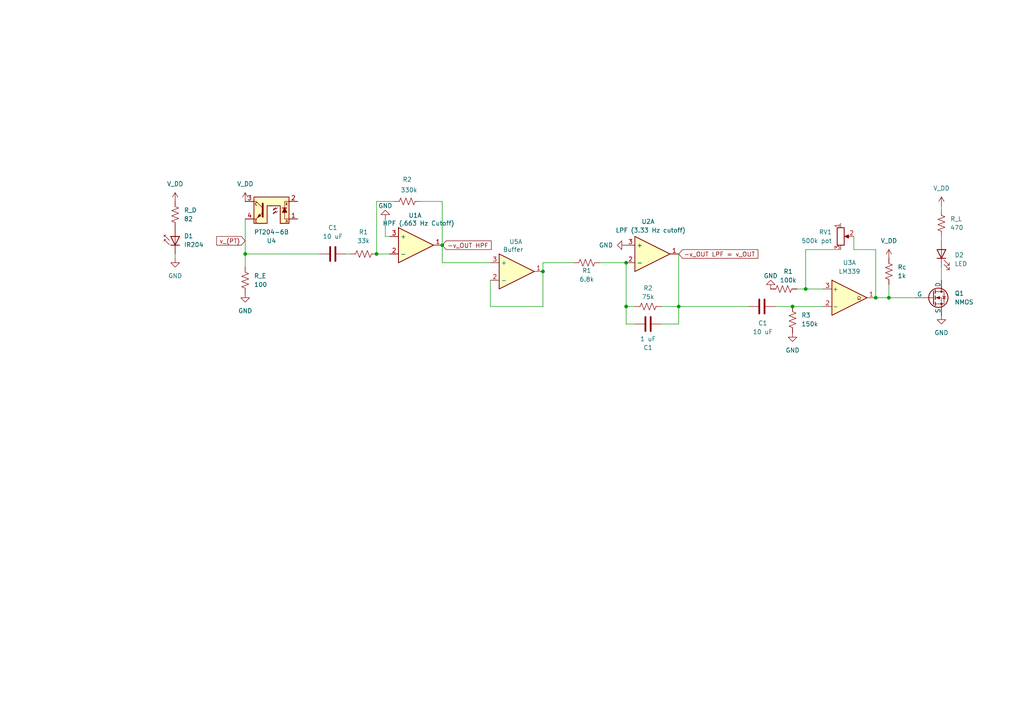
<source format=kicad_sch>
(kicad_sch (version 20231120) (generator "eeschema") (generator_version "8.0")
  (paper "A4")
  (lib_symbols
    (symbol "Comparator:LM393" (pin_names (offset 0.127))
      (property "Reference" "U" (at 3.81 3.81 0))
      (property "Value" "LM393" (at 6.35 -3.81 0))
      (symbol "LM393_1_1"
        (polyline (pts (xy -5.08 5.08) (xy 5.08 0) (xy -5.08 -5.08) (xy -5.08 5.08)) (stroke (width 0.254)) (fill (type background)))
        (polyline (pts (xy 3.302 -0.508) (xy 2.794 -0.508) (xy 3.302 0) (xy 2.794 0.508) (xy 2.286 0) (xy 2.794 -0.508) (xy 2.286 -0.508)) (stroke (width 0.127)))
        (pin open_collector line (at 7.62 0 180) (length 2.54) (name "~") (number "1"))
        (pin input line (at -7.62 -2.54 0) (length 2.54) (name "-") (number "2"))
        (pin input line (at -7.62 2.54 0) (length 2.54) (name "+") (number "3"))
      )
      (symbol "LM393_2_1"
        (polyline (pts (xy -5.08 5.08) (xy 5.08 0) (xy -5.08 -5.08) (xy -5.08 5.08)) (stroke (width 0.254)) (fill (type background)))
        (polyline (pts (xy 3.302 -0.508) (xy 2.794 -0.508) (xy 3.302 0) (xy 2.794 0.508) (xy 2.286 0) (xy 2.794 -0.508) (xy 2.286 -0.508)) (stroke (width 0.127)))
        (pin input line (at -7.62 2.54 0) (length 2.54) (name "+") (number "5"))
        (pin input line (at -7.62 -2.54 0) (length 2.54) (name "-") (number "6"))
        (pin open_collector line (at 7.62 0 180) (length 2.54) (name "~") (number "7"))
      )
      (symbol "LM393_3_1"
        (pin power_in line (at -2.54 -7.62 90) (length 3.81) (name "V-") (number "4"))
        (pin power_in line (at -2.54 7.62 270) (length 3.81) (name "V+") (number "8"))
      )
    )
    (symbol "Device:C" (pin_numbers hide) (pin_names (offset 0.254))
      (property "Reference" "C" (at 0.635 2.54 0))
      (property "Value" "C" (at 0.635 -2.54 0))
      (symbol "C_0_1"
        (polyline (pts (xy -2.032 -0.762) (xy 2.032 -0.762)) (stroke (width 0.508)))
        (polyline (pts (xy -2.032 0.762) (xy 2.032 0.762)) (stroke (width 0.508)))
      )
      (symbol "C_1_1"
        (pin passive line (at 0 3.81 270) (length 2.794) (name "~") (number "1"))
        (pin passive line (at 0 -3.81 90) (length 2.794) (name "~") (number "2"))
      )
    )
    (symbol "Device:LED" (pin_numbers hide) (pin_names (offset 1.016) hide)
      (property "Reference" "D" (at 0 2.54 0))
      (property "Value" "LED" (at 0 -2.54 0))
      (symbol "LED_0_1"
        (polyline (pts (xy -1.27 -1.27) (xy -1.27 1.27)) (stroke (width 0.254)))
        (polyline (pts (xy -1.27 0) (xy 1.27 0)))
        (polyline (pts (xy 1.27 -1.27) (xy 1.27 1.27) (xy -1.27 0) (xy 1.27 -1.27)) (stroke (width 0.254)))
        (polyline (pts (xy -3.048 -0.762) (xy -4.572 -2.286) (xy -3.81 -2.286) (xy -4.572 -2.286) (xy -4.572 -1.524)))
        (polyline (pts (xy -1.778 -0.762) (xy -3.302 -2.286) (xy -2.54 -2.286) (xy -3.302 -2.286) (xy -3.302 -1.524)))
      )
      (symbol "LED_1_1"
        (pin passive line (at -3.81 0 0) (length 2.54) (name "K") (number "1"))
        (pin passive line (at 3.81 0 180) (length 2.54) (name "A") (number "2"))
      )
    )
    (symbol "Device:Opamp_Dual"
      (property "Reference" "U" (at 0 5.08 0))
      (property "Value" "Opamp_Dual" (at 0 -5.08 0))
      (symbol "Opamp_Dual_1_1"
        (polyline (pts (xy -5.08 5.08) (xy 5.08 0) (xy -5.08 -5.08) (xy -5.08 5.08)) (stroke (width 0.254)) (fill (type background)))
        (pin output line (at 7.62 0 180) (length 2.54) (name "~") (number "1"))
        (pin input line (at -7.62 -2.54 0) (length 2.54) (name "-") (number "2"))
        (pin input line (at -7.62 2.54 0) (length 2.54) (name "+") (number "3"))
      )
      (symbol "Opamp_Dual_2_1"
        (polyline (pts (xy -5.08 5.08) (xy 5.08 0) (xy -5.08 -5.08) (xy -5.08 5.08)) (stroke (width 0.254)) (fill (type background)))
        (pin input line (at -7.62 2.54 0) (length 2.54) (name "+") (number "5"))
        (pin input line (at -7.62 -2.54 0) (length 2.54) (name "-") (number "6"))
        (pin output line (at 7.62 0 180) (length 2.54) (name "~") (number "7"))
      )
      (symbol "Opamp_Dual_3_1"
        (pin power_in line (at -2.54 -7.62 90) (length 3.81) (name "V-") (number "4"))
        (pin power_in line (at -2.54 7.62 270) (length 3.81) (name "V+") (number "8"))
      )
    )
    (symbol "Device:R_Potentiometer" (pin_names (offset 1.016) hide)
      (property "Reference" "RV" (at -4.445 0 90))
      (property "Value" "R_Potentiometer" (at -2.54 0 90))
      (symbol "R_Potentiometer_0_1"
        (polyline (pts (xy 2.54 0) (xy 1.524 0)))
        (polyline (pts (xy 1.143 0) (xy 2.286 0.508) (xy 2.286 -0.508) (xy 1.143 0)) (fill (type outline)))
        (rectangle (start 1.016 2.54) (end -1.016 -2.54) (stroke (width 0.254)))
      )
      (symbol "R_Potentiometer_1_1"
        (pin passive line (at 0 3.81 270) (length 1.27) (name "1") (number "1"))
        (pin passive line (at 3.81 0 180) (length 1.27) (name "2") (number "2"))
        (pin passive line (at 0 -3.81 90) (length 1.27) (name "3") (number "3"))
      )
    )
    (symbol "Device:R_US" (pin_numbers hide) (pin_names (offset 0))
      (property "Reference" "R" (at 2.54 0 90))
      (property "Value" "R_US" (at -2.54 0 90))
      (symbol "R_US_0_1"
        (polyline (pts (xy 0 -2.286) (xy 0 -2.54)))
        (polyline (pts (xy 0 2.286) (xy 0 2.54)))
        (polyline (pts (xy 0 -0.762) (xy 1.016 -1.143) (xy 0 -1.524) (xy -1.016 -1.905) (xy 0 -2.286)))
        (polyline (pts (xy 0 0.762) (xy 1.016 0.381) (xy 0 0) (xy -1.016 -0.381) (xy 0 -0.762)))
        (polyline (pts (xy 0 2.286) (xy 1.016 1.905) (xy 0 1.524) (xy -1.016 1.143) (xy 0 0.762)))
      )
      (symbol "R_US_1_1"
        (pin passive line (at 0 3.81 270) (length 1.27) (name "~") (number "1"))
        (pin passive line (at 0 -3.81 90) (length 1.27) (name "~") (number "2"))
      )
    )
    (symbol "LED:IR204A" (pin_numbers hide) (pin_names (offset 1.016) hide)
      (property "Reference" "D" (at 0.508 1.778 0))
      (property "Value" "IR204A" (at -1.016 -2.794 0))
      (symbol "IR204A_0_1"
        (polyline (pts (xy -2.54 1.27) (xy -2.54 -1.27)) (stroke (width 0.254)))
        (polyline (pts (xy 0 0) (xy -2.54 0)))
        (polyline (pts (xy 0.381 3.175) (xy -0.127 3.175)))
        (polyline (pts (xy -1.143 1.651) (xy 0.381 3.175) (xy 0.381 2.667)))
        (polyline (pts (xy 0 1.27) (xy -2.54 0) (xy 0 -1.27) (xy 0 1.27)) (stroke (width 0.254)))
        (polyline (pts (xy -2.413 1.651) (xy -0.889 3.175) (xy -0.889 2.667) (xy -0.889 3.175) (xy -1.397 3.175)))
      )
      (symbol "IR204A_1_1"
        (pin passive line (at -5.08 0 0) (length 2.54) (name "K") (number "1"))
        (pin passive line (at 2.54 0 180) (length 2.54) (name "A") (number "2"))
      )
    )
    (symbol "Sensor_Proximity:ITR9608-F"
      (property "Reference" "U" (at -5.08 5.08 0))
      (property "Value" "ITR9608-F" (at 0 -5.08 0))
      (symbol "ITR9608-F_0_0"
        (text "A" (at -4.445 3.175 0) (effects (font (size 0.762 0.762))))
        (text "C" (at 4.445 -1.778 0) (effects (font (size 0.762 0.762))))
        (text "E" (at 4.445 3.175 0) (effects (font (size 0.762 0.762))))
        (text "K" (at -4.445 -1.778 0) (effects (font (size 0.762 0.762))))
      )
      (symbol "ITR9608-F_0_1"
        (polyline (pts (xy -4.445 -0.635) (xy -3.175 -0.635)) (stroke (width 0.254)))
        (polyline (pts (xy 2.54 -0.635) (xy 4.445 -2.54)))
        (polyline (pts (xy 4.445 -2.54) (xy 5.08 -2.54)))
        (polyline (pts (xy 4.445 2.54) (xy 2.54 0.635)) (fill (type outline)))
        (polyline (pts (xy 4.445 2.54) (xy 5.08 2.54)))
        (polyline (pts (xy -5.08 -2.54) (xy -3.81 -2.54) (xy -3.81 -0.635)))
        (polyline (pts (xy -5.08 2.54) (xy -3.81 2.54) (xy -3.81 0.635)))
        (polyline (pts (xy 2.54 -1.905) (xy 2.54 1.905) (xy 2.54 1.905)) (stroke (width 0.508)))
        (polyline (pts (xy -3.81 -0.635) (xy -4.445 0.635) (xy -3.175 0.635) (xy -3.81 -0.635)) (stroke (width 0.254)) (fill (type outline)))
        (polyline (pts (xy -1.778 0.254) (xy -1.2446 0.762) (xy -1.2446 0.254) (xy -0.4826 1.016)))
        (polyline (pts (xy -0.4826 1.016) (xy -0.9906 0.762) (xy -0.7366 0.508) (xy -0.4826 1.016)))
        (polyline (pts (xy 3.048 1.651) (xy 3.556 1.143) (xy 4.064 2.159) (xy 3.048 1.651) (xy 3.048 1.651)) (fill (type outline)))
        (polyline (pts (xy -1.778 -0.762) (xy -1.2446 -0.254) (xy -1.2446 -0.762) (xy -0.4826 0) (xy -0.9906 -0.254) (xy -0.7366 -0.508) (xy -0.4826 0)))
        (polyline (pts (xy -5.08 3.81) (xy -5.08 -3.81) (xy 5.08 -3.81) (xy 5.08 3.81) (xy 1.27 3.81) (xy 1.27 -1.27) (xy -2.54 -1.27) (xy -2.54 3.81) (xy -5.08 3.81)) (stroke (width 0.254)) (fill (type background)))
      )
      (symbol "ITR9608-F_1_1"
        (pin passive line (at -7.62 2.54 0) (length 2.54) (name "~") (number "1"))
        (pin passive line (at -7.62 -2.54 0) (length 2.54) (name "~") (number "2"))
        (pin open_collector line (at 7.62 -2.54 180) (length 2.54) (name "~") (number "3"))
        (pin open_emitter line (at 7.62 2.54 180) (length 2.54) (name "~") (number "4"))
      )
    )
    (symbol "Simulation_SPICE:NMOS" (pin_numbers hide) (pin_names (offset 0))
      (property "Reference" "Q" (at 5.08 1.27 0))
      (property "Value" "NMOS" (at 5.08 -1.27 0))
      (symbol "NMOS_0_1"
        (polyline (pts (xy 0.254 0) (xy -2.54 0)))
        (polyline (pts (xy 0.254 1.905) (xy 0.254 -1.905)) (stroke (width 0.254)))
        (polyline (pts (xy 0.762 -1.27) (xy 0.762 -2.286)) (stroke (width 0.254)))
        (polyline (pts (xy 0.762 0.508) (xy 0.762 -0.508)) (stroke (width 0.254)))
        (polyline (pts (xy 0.762 2.286) (xy 0.762 1.27)) (stroke (width 0.254)))
        (polyline (pts (xy 2.54 2.54) (xy 2.54 1.778)))
        (polyline (pts (xy 2.54 -2.54) (xy 2.54 0) (xy 0.762 0)))
        (polyline (pts (xy 0.762 -1.778) (xy 3.302 -1.778) (xy 3.302 1.778) (xy 0.762 1.778)))
        (polyline (pts (xy 1.016 0) (xy 2.032 0.381) (xy 2.032 -0.381) (xy 1.016 0)) (fill (type outline)))
        (polyline (pts (xy 2.794 0.508) (xy 2.921 0.381) (xy 3.683 0.381) (xy 3.81 0.254)))
        (polyline (pts (xy 3.302 0.381) (xy 2.921 -0.254) (xy 3.683 -0.254) (xy 3.302 0.381)))
        (circle (center 1.651 0) (radius 2.794) (stroke (width 0.254)))
        (circle (center 2.54 -1.778) (radius 0.254) (fill (type outline)))
        (circle (center 2.54 1.778) (radius 0.254) (fill (type outline)))
      )
      (symbol "NMOS_1_1"
        (pin passive line (at 2.54 5.08 270) (length 2.54) (name "D") (number "1"))
        (pin input line (at -5.08 0 0) (length 2.54) (name "G") (number "2"))
        (pin passive line (at 2.54 -5.08 90) (length 2.54) (name "S") (number "3"))
      )
    )
    (symbol "power:GND" (power) (pin_numbers hide) (pin_names (offset 0) hide)
      (property "Value" "GND" (at 0 -3.81 0))
      (symbol "GND_0_1"
        (polyline (pts (xy 0 0) (xy 0 -1.27) (xy 1.27 -1.27) (xy 0 -2.54) (xy -1.27 -1.27) (xy 0 -1.27)))
      )
      (symbol "GND_1_1"
        (pin power_in line (at 0 0 270) (length 0) (name "~") (number "1"))
      )
    )
    (symbol "power:GND1" (power) (pin_numbers hide) (pin_names (offset 0) hide)
      (property "Value" "GND1" (at 0 -3.81 0))
      (symbol "GND1_0_1"
        (polyline (pts (xy 0 0) (xy 0 -1.27) (xy 1.27 -1.27) (xy 0 -2.54) (xy -1.27 -1.27) (xy 0 -1.27)))
      )
      (symbol "GND1_1_1"
        (pin power_in line (at 0 0 270) (length 0) (name "~") (number "1"))
      )
    )
    (symbol "power:VAA" (power) (pin_numbers hide) (pin_names (offset 0) hide)
      (property "Value" "VAA" (at 0 3.556 0))
      (symbol "VAA_0_1"
        (polyline (pts (xy -0.762 1.27) (xy 0 2.54)))
        (polyline (pts (xy 0 0) (xy 0 2.54)))
        (polyline (pts (xy 0 2.54) (xy 0.762 1.27)))
      )
      (symbol "VAA_1_1"
        (pin power_in line (at 0 0 90) (length 0) (name "~") (number "1"))
      )
    )
    (symbol "power:VCCQ" (power) (pin_numbers hide) (pin_names (offset 0) hide)
      (property "Value" "VCCQ" (at 0 3.556 0))
      (symbol "VCCQ_0_1"
        (polyline (pts (xy -0.762 1.27) (xy 0 2.54)))
        (polyline (pts (xy 0 0) (xy 0 2.54)))
        (polyline (pts (xy 0 2.54) (xy 0.762 1.27)))
      )
      (symbol "VCCQ_1_1"
        (pin power_in line (at 0 0 90) (length 0) (name "~") (number "1"))
      )
    )
  )
  (junction (at 254 86.36))
  (junction (at 181.61 88.9))
  (junction (at 181.61 76.2))
  (junction (at 229.87 88.9))
  (junction (at 257.81 86.36))
  (junction (at 128.27 71.12))
  (junction (at 109.22 73.66))
  (junction (at 71.12 73.66))
  (junction (at 157.48 78.74))
  (junction (at 196.85 88.9))
  (junction (at 233.68 83.82))
  (wire (pts (xy 71.12 63.5) (xy 71.12 73.66)))
  (wire (pts (xy 181.61 93.98) (xy 181.61 88.9)))
  (wire (pts (xy 196.85 73.66) (xy 196.85 88.9)))
  (wire (pts (xy 142.24 88.9) (xy 157.48 88.9)))
  (wire (pts (xy 233.68 72.39) (xy 243.84 72.39)))
  (wire (pts (xy 121.92 58.42) (xy 128.27 58.42)))
  (wire (pts (xy 257.81 86.36) (xy 254 86.36)))
  (wire (pts (xy 71.12 73.66) (xy 71.12 77.47)))
  (wire (pts (xy 109.22 73.66) (xy 113.03 73.66)))
  (wire (pts (xy 231.14 83.82) (xy 233.68 83.82)))
  (wire (pts (xy 257.81 86.36) (xy 265.43 86.36)))
  (wire (pts (xy 111.76 63.5) (xy 111.76 68.58)))
  (wire (pts (xy 196.85 88.9) (xy 217.17 88.9)))
  (wire (pts (xy 273.05 68.58) (xy 273.05 69.85)))
  (wire (pts (xy 224.79 88.9) (xy 229.87 88.9)))
  (wire (pts (xy 181.61 88.9) (xy 184.15 88.9)))
  (wire (pts (xy 157.48 76.2) (xy 157.48 78.74)))
  (wire (pts (xy 233.68 72.39) (xy 233.68 83.82)))
  (wire (pts (xy 257.81 82.55) (xy 257.81 86.36)))
  (wire (pts (xy 229.87 88.9) (xy 238.76 88.9)))
  (wire (pts (xy 273.05 77.47) (xy 273.05 81.28)))
  (wire (pts (xy 157.48 78.74) (xy 157.48 88.9)))
  (wire (pts (xy 181.61 76.2) (xy 181.61 88.9)))
  (wire (pts (xy 157.48 76.2) (xy 166.37 76.2)))
  (wire (pts (xy 196.85 93.98) (xy 191.77 93.98)))
  (wire (pts (xy 191.77 88.9) (xy 196.85 88.9)))
  (wire (pts (xy 128.27 58.42) (xy 128.27 71.12)))
  (wire (pts (xy 247.65 72.39) (xy 254 72.39)))
  (wire (pts (xy 100.33 73.66) (xy 101.6 73.66)))
  (wire (pts (xy 247.65 68.58) (xy 247.65 72.39)))
  (wire (pts (xy 142.24 81.28) (xy 142.24 88.9)))
  (wire (pts (xy 128.27 71.12) (xy 128.27 76.2)))
  (wire (pts (xy 196.85 88.9) (xy 196.85 93.98)))
  (wire (pts (xy 273.05 59.69) (xy 273.05 60.96)))
  (wire (pts (xy 71.12 73.66) (xy 92.71 73.66)))
  (wire (pts (xy 114.3 58.42) (xy 109.22 58.42)))
  (wire (pts (xy 233.68 83.82) (xy 238.76 83.82)))
  (wire (pts (xy 109.22 58.42) (xy 109.22 73.66)))
  (wire (pts (xy 142.24 76.2) (xy 128.27 76.2)))
  (wire (pts (xy 111.76 68.58) (xy 113.03 68.58)))
  (wire (pts (xy 184.15 93.98) (xy 181.61 93.98)))
  (wire (pts (xy 50.8 73.66) (xy 50.8 74.93)))
  (wire (pts (xy 254 72.39) (xy 254 86.36)))
  (wire (pts (xy 173.99 76.2) (xy 181.61 76.2)))
  (global_label "v_(PT)" (shape input) (at 71.12 69.85 180) (property "Intersheetrefs" "${INTERSHEET_REFS}" (effects (hide yes))))
  (global_label "-v_OUT LPF = v_OUT" (shape input) (at 196.85 73.66 0) (property "Intersheetrefs" "${INTERSHEET_REFS}" (effects (hide yes))))
  (global_label "-v_OUT HPF" (shape input) (at 128.27 71.12 0) (property "Intersheetrefs" "${INTERSHEET_REFS}" (effects (hide yes))))
  (symbol (lib_id "Device:R_US") (at 71.12 81.28 180) (unit 1)
    (property "Reference" "R_E" (at 73.66 80.0099 0) (effects (justify right)))
    (property "Value" "100" (at 73.66 82.5499 0) (effects (justify right)))
    (property "Description" "Resistor, US symbol" (effects (hide yes)))
  )
  (symbol (lib_id "Device:R_US") (at 229.87 92.71 180) (unit 1)
    (property "Reference" "R3" (at 232.41 91.4399 0) (effects (justify right)))
    (property "Value" "150k" (at 232.41 93.9799 0) (effects (justify right)))
    (property "Description" "Resistor, US symbol" (effects (hide yes)))
  )
  (symbol (lib_id "Device:C") (at 187.96 93.98 270) (unit 1)
    (property "Reference" "C1" (at 187.96 100.838 90))
    (property "Value" "1 uF" (at 187.96 98.298 90))
    (property "Description" "Unpolarized capacitor" (effects (hide yes)))
  )
  (symbol (lib_id "Device:R_US") (at 187.96 88.9 90) (unit 1)
    (property "Reference" "R2" (at 187.96 83.566 90))
    (property "Value" "75k" (at 187.96 86.106 90))
    (property "Description" "Resistor, US symbol" (effects (hide yes)))
  )
  (symbol (lib_id "Device:R_US") (at 105.41 73.66 90) (unit 1)
    (property "Reference" "R1" (at 105.41 67.31 90))
    (property "Value" "33k" (at 105.41 69.85 90))
    (property "Description" "Resistor, US symbol" (effects (hide yes)))
  )
  (symbol (lib_id "power:GND") (at 111.76 63.5 180) (unit 1)
    (property "Reference" "#PWR01" (effects (hide yes)))
    (property "Value" "GND" (at 111.76 59.69 0))
    (property "Description" "Power symbol creates a global label with name \"GND\" , ground" (effects (hide yes)))
  )
  (symbol (lib_id "power:GND") (at 229.87 96.52 0) (unit 1)
    (property "Reference" "#PWR03" (effects (hide yes)))
    (property "Value" "GND" (at 229.87 101.6 0))
    (property "Description" "Power symbol creates a global label with name \"GND\" , ground" (effects (hide yes)))
  )
  (symbol (lib_id "Device:C") (at 96.52 73.66 90) (unit 1)
    (property "Reference" "C1" (at 96.52 66.04 90))
    (property "Value" "10 uF" (at 96.52 68.58 90))
    (property "Description" "Unpolarized capacitor" (effects (hide yes)))
  )
  (symbol (lib_id "power:GND1") (at 71.12 85.09 0) (unit 1)
    (property "Reference" "#PWR08" (effects (hide yes)))
    (property "Value" "GND" (at 71.12 90.17 0))
    (property "Description" "Power symbol creates a global label with name \"GND1\" , ground" (effects (hide yes)))
  )
  (symbol (lib_id "Device:Opamp_Dual") (at 149.86 78.74 0) (unit 1)
    (property "Reference" "U5" (at 149.606 70.104 0))
    (property "Value" "Buffer" (at 148.844 72.39 0))
    (property "Description" "Dual operational amplifier" (effects (hide yes)))
    (property "Sim.Library" "${KICAD7_SYMBOL_DIR}/Simulation_SPICE.sp" (effects (hide yes)))
    (property "Sim.Name" "kicad_builtin_opamp_dual" (effects (hide yes)))
    (property "Sim.Device" "SUBCKT" (effects (hide yes)))
    (property "Sim.Pins" "1=out1 2=in1- 3=in1+ 4=vee 5=in2+ 6=in2- 7=out2 8=vcc" (effects (hide yes)))
  )
  (symbol (lib_id "Device:Opamp_Dual") (at 120.65 71.12 0) (unit 1)
    (property "Reference" "U1" (at 120.396 62.484 0))
    (property "Value" "HPF (.663 Hz Cutoff)" (at 121.412 64.77 0))
    (property "Description" "Dual operational amplifier" (effects (hide yes)))
    (property "Sim.Library" "${KICAD7_SYMBOL_DIR}/Simulation_SPICE.sp" (effects (hide yes)))
    (property "Sim.Name" "kicad_builtin_opamp_dual" (effects (hide yes)))
    (property "Sim.Device" "SUBCKT" (effects (hide yes)))
    (property "Sim.Pins" "1=out1 2=in1- 3=in1+ 4=vee 5=in2+ 6=in2- 7=out2 8=vcc" (effects (hide yes)))
  )
  (symbol (lib_id "Device:Opamp_Dual") (at 189.23 73.66 0) (unit 1)
    (property "Reference" "U2" (at 187.96 64.262 0))
    (property "Value" "LPF (3.33 Hz cutoff)" (at 188.722 66.802 0))
    (property "Description" "Dual operational amplifier" (effects (hide yes)))
    (property "Sim.Library" "${KICAD7_SYMBOL_DIR}/Simulation_SPICE.sp" (effects (hide yes)))
    (property "Sim.Name" "kicad_builtin_opamp_dual" (effects (hide yes)))
    (property "Sim.Device" "SUBCKT" (effects (hide yes)))
    (property "Sim.Pins" "1=out1 2=in1- 3=in1+ 4=vee 5=in2+ 6=in2- 7=out2 8=vcc" (effects (hide yes)))
  )
  (symbol (lib_id "Device:R_US") (at 170.18 76.2 270) (unit 1)
    (property "Reference" "R1" (at 170.18 78.486 90))
    (property "Value" "6.8k" (at 170.18 81.026 90))
    (property "Description" "Resistor, US symbol" (effects (hide yes)))
  )
  (symbol (lib_id "LED:IR204A") (at 50.8 68.58 90) (unit 1)
    (property "Reference" "D1" (at 53.34 68.4529 90) (effects (justify right)))
    (property "Value" "IR204" (at 53.34 70.9929 90) (effects (justify right)))
    (property "Footprint" "LED_THT:LED_D3.0mm_IRBlack" (effects (hide yes)))
    (property "Datasheet" "http://www.everlight.com/file/ProductFile/IR204-A.pdf" (effects (hide yes)))
    (property "Description" "Infrared LED , 3mm LED package" (effects (hide yes)))
  )
  (symbol (lib_id "power:GND1") (at 50.8 74.93 0) (unit 1)
    (property "Reference" "#PWR010" (effects (hide yes)))
    (property "Value" "GND" (at 50.8 80.01 0))
    (property "Description" "Power symbol creates a global label with name \"GND1\" , ground" (effects (hide yes)))
  )
  (symbol (lib_id "Simulation_SPICE:NMOS") (at 270.51 86.36 0) (unit 1)
    (property "Reference" "Q1" (at 276.86 85.0899 0) (effects (justify left)))
    (property "Value" "NMOS" (at 276.86 87.6299 0) (effects (justify left)))
    (property "Datasheet" "https://ngspice.sourceforge.io/docs/ngspice-html-manual/manual.xhtml#cha_MOSFETs" (effects (hide yes)))
    (property "Description" "N-MOSFET transistor, drain/source/gate" (effects (hide yes)))
    (property "Sim.Device" "NMOS" (effects (hide yes)))
    (property "Sim.Type" "VDMOS" (effects (hide yes)))
    (property "Sim.Pins" "1=D 2=G 3=S" (effects (hide yes)))
  )
  (symbol (lib_id "Device:R_US") (at 50.8 62.23 180) (unit 1)
    (property "Reference" "R_D" (at 53.34 60.9599 0) (effects (justify right)))
    (property "Value" "82" (at 53.34 63.4999 0) (effects (justify right)))
    (property "Description" "Resistor, US symbol" (effects (hide yes)))
  )
  (symbol (lib_id "power:GND") (at 273.05 91.44 0) (unit 1)
    (property "Reference" "#PWR011" (effects (hide yes)))
    (property "Value" "GND" (at 273.05 96.52 0))
    (property "Description" "Power symbol creates a global label with name \"GND\" , ground" (effects (hide yes)))
  )
  (symbol (lib_id "power:VAA") (at 257.81 74.93 0) (unit 1)
    (property "Reference" "#PWR05" (effects (hide yes)))
    (property "Value" "V_DD" (at 257.81 69.85 0))
    (property "Description" "Power symbol creates a global label with name \"VAA\"" (effects (hide yes)))
  )
  (symbol (lib_id "power:VCCQ") (at 71.12 58.42 0) (unit 1)
    (property "Reference" "#PWR09" (effects (hide yes)))
    (property "Value" "V_DD" (at 71.12 53.34 0))
    (property "Description" "Power symbol creates a global label with name \"VCCQ\"" (effects (hide yes)))
  )
  (symbol (lib_id "Device:R_US") (at 273.05 64.77 180) (unit 1)
    (property "Reference" "R_L" (at 275.59 63.4999 0) (effects (justify right)))
    (property "Value" "470" (at 275.59 66.0399 0) (effects (justify right)))
    (property "Description" "Resistor, US symbol" (effects (hide yes)))
  )
  (symbol (lib_id "power:GND") (at 181.61 71.12 270) (unit 1)
    (property "Reference" "#PWR02" (effects (hide yes)))
    (property "Value" "GND" (at 177.8 71.1199 90) (effects (justify right)))
    (property "Description" "Power symbol creates a global label with name \"GND\" , ground" (effects (hide yes)))
  )
  (symbol (lib_id "power:VAA") (at 273.05 59.69 0) (unit 1)
    (property "Reference" "#PWR07" (effects (hide yes)))
    (property "Value" "V_DD" (at 273.05 54.61 0))
    (property "Description" "Power symbol creates a global label with name \"VAA\"" (effects (hide yes)))
  )
  (symbol (lib_id "power:GND") (at 223.52 83.82 180) (unit 1)
    (property "Reference" "#PWR04" (effects (hide yes)))
    (property "Value" "GND" (at 223.52 80.01 0))
    (property "Description" "Power symbol creates a global label with name \"GND\" , ground" (effects (hide yes)))
  )
  (symbol (lib_id "Device:C") (at 220.98 88.9 90) (unit 1)
    (property "Reference" "C1" (at 221.234 93.726 90))
    (property "Value" "10 uF" (at 221.234 96.266 90))
    (property "Description" "Unpolarized capacitor" (effects (hide yes)))
  )
  (symbol (lib_id "Device:R_US") (at 227.33 83.82 90) (unit 1)
    (property "Reference" "R1" (at 228.6 78.74 90))
    (property "Value" "100k" (at 228.6 81.28 90))
    (property "Description" "Resistor, US symbol" (effects (hide yes)))
  )
  (symbol (lib_id "Comparator:LM393") (at 246.38 86.36 0) (unit 1)
    (property "Reference" "U3" (at 246.38 76.2 0))
    (property "Value" "LM339" (at 246.38 78.74 0))
    (property "Datasheet" "http://www.ti.com/lit/ds/symlink/lm393.pdf" (effects (hide yes)))
    (property "Description" "Low-Power, Low-Offset Voltage, Dual Comparators, DIP-8/SOIC-8/TO-99-8" (effects (hide yes)))
  )
  (symbol (lib_id "Device:LED") (at 273.05 73.66 90) (unit 1)
    (property "Reference" "D2" (at 276.86 73.9774 90) (effects (justify right)))
    (property "Value" "LED" (at 276.86 76.5174 90) (effects (justify right)))
    (property "Description" "Light emitting diode" (effects (hide yes)))
  )
  (symbol (lib_id "Device:R_US") (at 257.81 78.74 180) (unit 1)
    (property "Reference" "Rc" (at 260.35 77.4699 0) (effects (justify right)))
    (property "Value" "1k" (at 260.35 80.0099 0) (effects (justify right)))
    (property "Description" "Resistor, US symbol" (effects (hide yes)))
  )
  (symbol (lib_id "power:VCCQ") (at 50.8 58.42 0) (unit 1)
    (property "Reference" "#PWR06" (effects (hide yes)))
    (property "Value" "V_DD" (at 50.8 53.34 0))
    (property "Description" "Power symbol creates a global label with name \"VCCQ\"" (effects (hide yes)))
  )
  (symbol (lib_id "Device:R_US") (at 118.11 58.42 90) (unit 1)
    (property "Reference" "R2" (at 118.11 52.07 90))
    (property "Value" "330k" (at 118.618 55.118 90))
    (property "Description" "Resistor, US symbol" (effects (hide yes)))
  )
  (symbol (lib_id "Sensor_Proximity:ITR9608-F") (at 78.74 60.96 180) (unit 1)
    (property "Reference" "U4" (at 78.74 69.85 0))
    (property "Value" "PT204-6B" (at 78.74 67.31 0))
    (property "Footprint" "OptoDevice:Everlight_ITR9608-F" (effects (hide yes)))
    (property "Datasheet" "https://www.everlighteurope.com/custom/files/datasheets/DRX-0000076.pdf" (effects (hide yes)))
    (property "Description" "Photointerrupter infrared LED with photo IC, -25 to +85 degree Celsius" (effects (hide yes)))
  )
  (symbol (lib_id "Device:R_Potentiometer") (at 243.84 68.58 0) (unit 1)
    (property "Reference" "RV1" (at 241.3 67.3099 0) (effects (justify right)))
    (property "Value" "500k pot" (at 241.3 69.8499 0) (effects (justify right)))
    (property "Description" "Potentiometer" (effects (hide yes)))
  )
)
</source>
